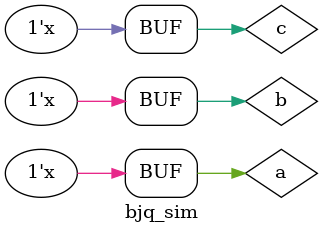
<source format=v>
`timescale 1ns / 1ps


module bjq_sim;
reg a,b,c;
wire f;
initial
    begin
        a=0;b=0;c=0;
    end
always #30 a=~a;
always #60 b=~b;
always #120 c=~c;
bjq1 my(a,b,c,f);
endmodule

</source>
